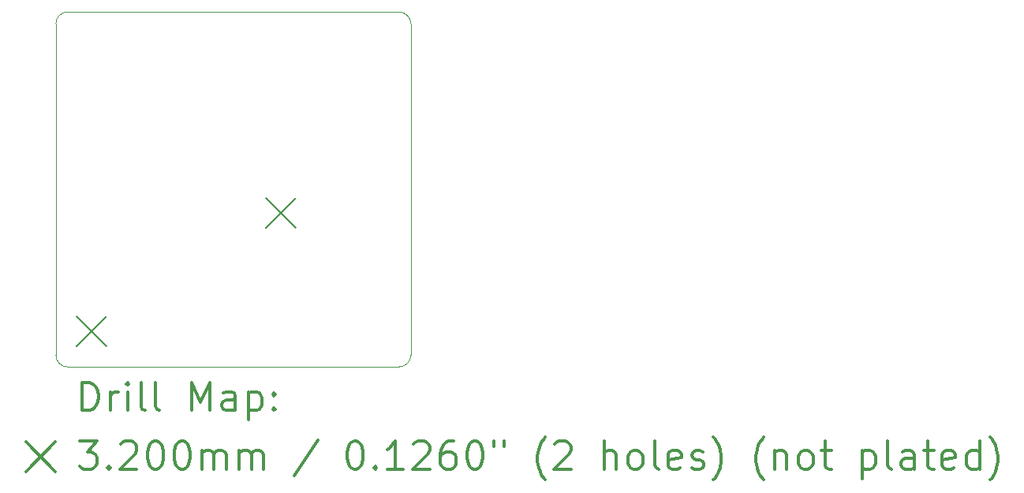
<source format=gbr>
%FSLAX45Y45*%
G04 Gerber Fmt 4.5, Leading zero omitted, Abs format (unit mm)*
G04 Created by KiCad (PCBNEW 5.1.10) date 2021-05-04 21:35:37*
%MOMM*%
%LPD*%
G01*
G04 APERTURE LIST*
%TA.AperFunction,Profile*%
%ADD10C,0.050000*%
%TD*%
%ADD11C,0.200000*%
%ADD12C,0.300000*%
G04 APERTURE END LIST*
D10*
X13208000Y-9017000D02*
G75*
G02*
X13335000Y-8890000I127000J0D01*
G01*
X13335000Y-12700000D02*
G75*
G02*
X13208000Y-12573000I0J127000D01*
G01*
X17018000Y-12573000D02*
G75*
G02*
X16891000Y-12700000I-127000J0D01*
G01*
X16891000Y-8890000D02*
G75*
G02*
X17018000Y-9017000I0J-127000D01*
G01*
X13335000Y-8890000D02*
X16891000Y-8890000D01*
X13208000Y-12573000D02*
X13208000Y-9017000D01*
X16891000Y-12700000D02*
X13335000Y-12700000D01*
X17018000Y-9017000D02*
X17018000Y-12573000D01*
D11*
X13429000Y-12159000D02*
X13749000Y-12479000D01*
X13749000Y-12159000D02*
X13429000Y-12479000D01*
X15461000Y-10889000D02*
X15781000Y-11209000D01*
X15781000Y-10889000D02*
X15461000Y-11209000D01*
D12*
X13491928Y-13168214D02*
X13491928Y-12868214D01*
X13563357Y-12868214D01*
X13606214Y-12882500D01*
X13634786Y-12911071D01*
X13649071Y-12939643D01*
X13663357Y-12996786D01*
X13663357Y-13039643D01*
X13649071Y-13096786D01*
X13634786Y-13125357D01*
X13606214Y-13153929D01*
X13563357Y-13168214D01*
X13491928Y-13168214D01*
X13791928Y-13168214D02*
X13791928Y-12968214D01*
X13791928Y-13025357D02*
X13806214Y-12996786D01*
X13820500Y-12982500D01*
X13849071Y-12968214D01*
X13877643Y-12968214D01*
X13977643Y-13168214D02*
X13977643Y-12968214D01*
X13977643Y-12868214D02*
X13963357Y-12882500D01*
X13977643Y-12896786D01*
X13991928Y-12882500D01*
X13977643Y-12868214D01*
X13977643Y-12896786D01*
X14163357Y-13168214D02*
X14134786Y-13153929D01*
X14120500Y-13125357D01*
X14120500Y-12868214D01*
X14320500Y-13168214D02*
X14291928Y-13153929D01*
X14277643Y-13125357D01*
X14277643Y-12868214D01*
X14663357Y-13168214D02*
X14663357Y-12868214D01*
X14763357Y-13082500D01*
X14863357Y-12868214D01*
X14863357Y-13168214D01*
X15134786Y-13168214D02*
X15134786Y-13011071D01*
X15120500Y-12982500D01*
X15091928Y-12968214D01*
X15034786Y-12968214D01*
X15006214Y-12982500D01*
X15134786Y-13153929D02*
X15106214Y-13168214D01*
X15034786Y-13168214D01*
X15006214Y-13153929D01*
X14991928Y-13125357D01*
X14991928Y-13096786D01*
X15006214Y-13068214D01*
X15034786Y-13053929D01*
X15106214Y-13053929D01*
X15134786Y-13039643D01*
X15277643Y-12968214D02*
X15277643Y-13268214D01*
X15277643Y-12982500D02*
X15306214Y-12968214D01*
X15363357Y-12968214D01*
X15391928Y-12982500D01*
X15406214Y-12996786D01*
X15420500Y-13025357D01*
X15420500Y-13111071D01*
X15406214Y-13139643D01*
X15391928Y-13153929D01*
X15363357Y-13168214D01*
X15306214Y-13168214D01*
X15277643Y-13153929D01*
X15549071Y-13139643D02*
X15563357Y-13153929D01*
X15549071Y-13168214D01*
X15534786Y-13153929D01*
X15549071Y-13139643D01*
X15549071Y-13168214D01*
X15549071Y-12982500D02*
X15563357Y-12996786D01*
X15549071Y-13011071D01*
X15534786Y-12996786D01*
X15549071Y-12982500D01*
X15549071Y-13011071D01*
X12885500Y-13502500D02*
X13205500Y-13822500D01*
X13205500Y-13502500D02*
X12885500Y-13822500D01*
X13463357Y-13498214D02*
X13649071Y-13498214D01*
X13549071Y-13612500D01*
X13591928Y-13612500D01*
X13620500Y-13626786D01*
X13634786Y-13641071D01*
X13649071Y-13669643D01*
X13649071Y-13741071D01*
X13634786Y-13769643D01*
X13620500Y-13783929D01*
X13591928Y-13798214D01*
X13506214Y-13798214D01*
X13477643Y-13783929D01*
X13463357Y-13769643D01*
X13777643Y-13769643D02*
X13791928Y-13783929D01*
X13777643Y-13798214D01*
X13763357Y-13783929D01*
X13777643Y-13769643D01*
X13777643Y-13798214D01*
X13906214Y-13526786D02*
X13920500Y-13512500D01*
X13949071Y-13498214D01*
X14020500Y-13498214D01*
X14049071Y-13512500D01*
X14063357Y-13526786D01*
X14077643Y-13555357D01*
X14077643Y-13583929D01*
X14063357Y-13626786D01*
X13891928Y-13798214D01*
X14077643Y-13798214D01*
X14263357Y-13498214D02*
X14291928Y-13498214D01*
X14320500Y-13512500D01*
X14334786Y-13526786D01*
X14349071Y-13555357D01*
X14363357Y-13612500D01*
X14363357Y-13683929D01*
X14349071Y-13741071D01*
X14334786Y-13769643D01*
X14320500Y-13783929D01*
X14291928Y-13798214D01*
X14263357Y-13798214D01*
X14234786Y-13783929D01*
X14220500Y-13769643D01*
X14206214Y-13741071D01*
X14191928Y-13683929D01*
X14191928Y-13612500D01*
X14206214Y-13555357D01*
X14220500Y-13526786D01*
X14234786Y-13512500D01*
X14263357Y-13498214D01*
X14549071Y-13498214D02*
X14577643Y-13498214D01*
X14606214Y-13512500D01*
X14620500Y-13526786D01*
X14634786Y-13555357D01*
X14649071Y-13612500D01*
X14649071Y-13683929D01*
X14634786Y-13741071D01*
X14620500Y-13769643D01*
X14606214Y-13783929D01*
X14577643Y-13798214D01*
X14549071Y-13798214D01*
X14520500Y-13783929D01*
X14506214Y-13769643D01*
X14491928Y-13741071D01*
X14477643Y-13683929D01*
X14477643Y-13612500D01*
X14491928Y-13555357D01*
X14506214Y-13526786D01*
X14520500Y-13512500D01*
X14549071Y-13498214D01*
X14777643Y-13798214D02*
X14777643Y-13598214D01*
X14777643Y-13626786D02*
X14791928Y-13612500D01*
X14820500Y-13598214D01*
X14863357Y-13598214D01*
X14891928Y-13612500D01*
X14906214Y-13641071D01*
X14906214Y-13798214D01*
X14906214Y-13641071D02*
X14920500Y-13612500D01*
X14949071Y-13598214D01*
X14991928Y-13598214D01*
X15020500Y-13612500D01*
X15034786Y-13641071D01*
X15034786Y-13798214D01*
X15177643Y-13798214D02*
X15177643Y-13598214D01*
X15177643Y-13626786D02*
X15191928Y-13612500D01*
X15220500Y-13598214D01*
X15263357Y-13598214D01*
X15291928Y-13612500D01*
X15306214Y-13641071D01*
X15306214Y-13798214D01*
X15306214Y-13641071D02*
X15320500Y-13612500D01*
X15349071Y-13598214D01*
X15391928Y-13598214D01*
X15420500Y-13612500D01*
X15434786Y-13641071D01*
X15434786Y-13798214D01*
X16020500Y-13483929D02*
X15763357Y-13869643D01*
X16406214Y-13498214D02*
X16434786Y-13498214D01*
X16463357Y-13512500D01*
X16477643Y-13526786D01*
X16491928Y-13555357D01*
X16506214Y-13612500D01*
X16506214Y-13683929D01*
X16491928Y-13741071D01*
X16477643Y-13769643D01*
X16463357Y-13783929D01*
X16434786Y-13798214D01*
X16406214Y-13798214D01*
X16377643Y-13783929D01*
X16363357Y-13769643D01*
X16349071Y-13741071D01*
X16334786Y-13683929D01*
X16334786Y-13612500D01*
X16349071Y-13555357D01*
X16363357Y-13526786D01*
X16377643Y-13512500D01*
X16406214Y-13498214D01*
X16634786Y-13769643D02*
X16649071Y-13783929D01*
X16634786Y-13798214D01*
X16620500Y-13783929D01*
X16634786Y-13769643D01*
X16634786Y-13798214D01*
X16934786Y-13798214D02*
X16763357Y-13798214D01*
X16849071Y-13798214D02*
X16849071Y-13498214D01*
X16820500Y-13541071D01*
X16791928Y-13569643D01*
X16763357Y-13583929D01*
X17049071Y-13526786D02*
X17063357Y-13512500D01*
X17091928Y-13498214D01*
X17163357Y-13498214D01*
X17191928Y-13512500D01*
X17206214Y-13526786D01*
X17220500Y-13555357D01*
X17220500Y-13583929D01*
X17206214Y-13626786D01*
X17034786Y-13798214D01*
X17220500Y-13798214D01*
X17477643Y-13498214D02*
X17420500Y-13498214D01*
X17391928Y-13512500D01*
X17377643Y-13526786D01*
X17349071Y-13569643D01*
X17334786Y-13626786D01*
X17334786Y-13741071D01*
X17349071Y-13769643D01*
X17363357Y-13783929D01*
X17391928Y-13798214D01*
X17449071Y-13798214D01*
X17477643Y-13783929D01*
X17491928Y-13769643D01*
X17506214Y-13741071D01*
X17506214Y-13669643D01*
X17491928Y-13641071D01*
X17477643Y-13626786D01*
X17449071Y-13612500D01*
X17391928Y-13612500D01*
X17363357Y-13626786D01*
X17349071Y-13641071D01*
X17334786Y-13669643D01*
X17691928Y-13498214D02*
X17720500Y-13498214D01*
X17749071Y-13512500D01*
X17763357Y-13526786D01*
X17777643Y-13555357D01*
X17791928Y-13612500D01*
X17791928Y-13683929D01*
X17777643Y-13741071D01*
X17763357Y-13769643D01*
X17749071Y-13783929D01*
X17720500Y-13798214D01*
X17691928Y-13798214D01*
X17663357Y-13783929D01*
X17649071Y-13769643D01*
X17634786Y-13741071D01*
X17620500Y-13683929D01*
X17620500Y-13612500D01*
X17634786Y-13555357D01*
X17649071Y-13526786D01*
X17663357Y-13512500D01*
X17691928Y-13498214D01*
X17906214Y-13498214D02*
X17906214Y-13555357D01*
X18020500Y-13498214D02*
X18020500Y-13555357D01*
X18463357Y-13912500D02*
X18449071Y-13898214D01*
X18420500Y-13855357D01*
X18406214Y-13826786D01*
X18391928Y-13783929D01*
X18377643Y-13712500D01*
X18377643Y-13655357D01*
X18391928Y-13583929D01*
X18406214Y-13541071D01*
X18420500Y-13512500D01*
X18449071Y-13469643D01*
X18463357Y-13455357D01*
X18563357Y-13526786D02*
X18577643Y-13512500D01*
X18606214Y-13498214D01*
X18677643Y-13498214D01*
X18706214Y-13512500D01*
X18720500Y-13526786D01*
X18734786Y-13555357D01*
X18734786Y-13583929D01*
X18720500Y-13626786D01*
X18549071Y-13798214D01*
X18734786Y-13798214D01*
X19091928Y-13798214D02*
X19091928Y-13498214D01*
X19220500Y-13798214D02*
X19220500Y-13641071D01*
X19206214Y-13612500D01*
X19177643Y-13598214D01*
X19134786Y-13598214D01*
X19106214Y-13612500D01*
X19091928Y-13626786D01*
X19406214Y-13798214D02*
X19377643Y-13783929D01*
X19363357Y-13769643D01*
X19349071Y-13741071D01*
X19349071Y-13655357D01*
X19363357Y-13626786D01*
X19377643Y-13612500D01*
X19406214Y-13598214D01*
X19449071Y-13598214D01*
X19477643Y-13612500D01*
X19491928Y-13626786D01*
X19506214Y-13655357D01*
X19506214Y-13741071D01*
X19491928Y-13769643D01*
X19477643Y-13783929D01*
X19449071Y-13798214D01*
X19406214Y-13798214D01*
X19677643Y-13798214D02*
X19649071Y-13783929D01*
X19634786Y-13755357D01*
X19634786Y-13498214D01*
X19906214Y-13783929D02*
X19877643Y-13798214D01*
X19820500Y-13798214D01*
X19791928Y-13783929D01*
X19777643Y-13755357D01*
X19777643Y-13641071D01*
X19791928Y-13612500D01*
X19820500Y-13598214D01*
X19877643Y-13598214D01*
X19906214Y-13612500D01*
X19920500Y-13641071D01*
X19920500Y-13669643D01*
X19777643Y-13698214D01*
X20034786Y-13783929D02*
X20063357Y-13798214D01*
X20120500Y-13798214D01*
X20149071Y-13783929D01*
X20163357Y-13755357D01*
X20163357Y-13741071D01*
X20149071Y-13712500D01*
X20120500Y-13698214D01*
X20077643Y-13698214D01*
X20049071Y-13683929D01*
X20034786Y-13655357D01*
X20034786Y-13641071D01*
X20049071Y-13612500D01*
X20077643Y-13598214D01*
X20120500Y-13598214D01*
X20149071Y-13612500D01*
X20263357Y-13912500D02*
X20277643Y-13898214D01*
X20306214Y-13855357D01*
X20320500Y-13826786D01*
X20334786Y-13783929D01*
X20349071Y-13712500D01*
X20349071Y-13655357D01*
X20334786Y-13583929D01*
X20320500Y-13541071D01*
X20306214Y-13512500D01*
X20277643Y-13469643D01*
X20263357Y-13455357D01*
X20806214Y-13912500D02*
X20791928Y-13898214D01*
X20763357Y-13855357D01*
X20749071Y-13826786D01*
X20734786Y-13783929D01*
X20720500Y-13712500D01*
X20720500Y-13655357D01*
X20734786Y-13583929D01*
X20749071Y-13541071D01*
X20763357Y-13512500D01*
X20791928Y-13469643D01*
X20806214Y-13455357D01*
X20920500Y-13598214D02*
X20920500Y-13798214D01*
X20920500Y-13626786D02*
X20934786Y-13612500D01*
X20963357Y-13598214D01*
X21006214Y-13598214D01*
X21034786Y-13612500D01*
X21049071Y-13641071D01*
X21049071Y-13798214D01*
X21234786Y-13798214D02*
X21206214Y-13783929D01*
X21191928Y-13769643D01*
X21177643Y-13741071D01*
X21177643Y-13655357D01*
X21191928Y-13626786D01*
X21206214Y-13612500D01*
X21234786Y-13598214D01*
X21277643Y-13598214D01*
X21306214Y-13612500D01*
X21320500Y-13626786D01*
X21334786Y-13655357D01*
X21334786Y-13741071D01*
X21320500Y-13769643D01*
X21306214Y-13783929D01*
X21277643Y-13798214D01*
X21234786Y-13798214D01*
X21420500Y-13598214D02*
X21534786Y-13598214D01*
X21463357Y-13498214D02*
X21463357Y-13755357D01*
X21477643Y-13783929D01*
X21506214Y-13798214D01*
X21534786Y-13798214D01*
X21863357Y-13598214D02*
X21863357Y-13898214D01*
X21863357Y-13612500D02*
X21891928Y-13598214D01*
X21949071Y-13598214D01*
X21977643Y-13612500D01*
X21991928Y-13626786D01*
X22006214Y-13655357D01*
X22006214Y-13741071D01*
X21991928Y-13769643D01*
X21977643Y-13783929D01*
X21949071Y-13798214D01*
X21891928Y-13798214D01*
X21863357Y-13783929D01*
X22177643Y-13798214D02*
X22149071Y-13783929D01*
X22134786Y-13755357D01*
X22134786Y-13498214D01*
X22420500Y-13798214D02*
X22420500Y-13641071D01*
X22406214Y-13612500D01*
X22377643Y-13598214D01*
X22320500Y-13598214D01*
X22291928Y-13612500D01*
X22420500Y-13783929D02*
X22391928Y-13798214D01*
X22320500Y-13798214D01*
X22291928Y-13783929D01*
X22277643Y-13755357D01*
X22277643Y-13726786D01*
X22291928Y-13698214D01*
X22320500Y-13683929D01*
X22391928Y-13683929D01*
X22420500Y-13669643D01*
X22520500Y-13598214D02*
X22634786Y-13598214D01*
X22563357Y-13498214D02*
X22563357Y-13755357D01*
X22577643Y-13783929D01*
X22606214Y-13798214D01*
X22634786Y-13798214D01*
X22849071Y-13783929D02*
X22820500Y-13798214D01*
X22763357Y-13798214D01*
X22734786Y-13783929D01*
X22720500Y-13755357D01*
X22720500Y-13641071D01*
X22734786Y-13612500D01*
X22763357Y-13598214D01*
X22820500Y-13598214D01*
X22849071Y-13612500D01*
X22863357Y-13641071D01*
X22863357Y-13669643D01*
X22720500Y-13698214D01*
X23120500Y-13798214D02*
X23120500Y-13498214D01*
X23120500Y-13783929D02*
X23091928Y-13798214D01*
X23034786Y-13798214D01*
X23006214Y-13783929D01*
X22991928Y-13769643D01*
X22977643Y-13741071D01*
X22977643Y-13655357D01*
X22991928Y-13626786D01*
X23006214Y-13612500D01*
X23034786Y-13598214D01*
X23091928Y-13598214D01*
X23120500Y-13612500D01*
X23234786Y-13912500D02*
X23249071Y-13898214D01*
X23277643Y-13855357D01*
X23291928Y-13826786D01*
X23306214Y-13783929D01*
X23320500Y-13712500D01*
X23320500Y-13655357D01*
X23306214Y-13583929D01*
X23291928Y-13541071D01*
X23277643Y-13512500D01*
X23249071Y-13469643D01*
X23234786Y-13455357D01*
M02*

</source>
